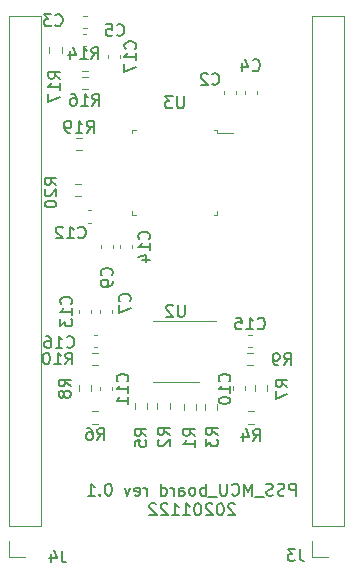
<source format=gbr>
%TF.GenerationSoftware,KiCad,Pcbnew,5.1.8*%
%TF.CreationDate,2020-12-08T15:37:19+03:00*%
%TF.ProjectId,pss_mcu_pcb,7073735f-6d63-4755-9f70-63622e6b6963,rev?*%
%TF.SameCoordinates,Original*%
%TF.FileFunction,Legend,Bot*%
%TF.FilePolarity,Positive*%
%FSLAX46Y46*%
G04 Gerber Fmt 4.6, Leading zero omitted, Abs format (unit mm)*
G04 Created by KiCad (PCBNEW 5.1.8) date 2020-12-08 15:37:19*
%MOMM*%
%LPD*%
G01*
G04 APERTURE LIST*
%ADD10C,0.150000*%
%ADD11C,0.120000*%
G04 APERTURE END LIST*
D10*
X168210404Y-108402880D02*
X168210404Y-107402880D01*
X167829452Y-107402880D01*
X167734214Y-107450500D01*
X167686595Y-107498119D01*
X167638976Y-107593357D01*
X167638976Y-107736214D01*
X167686595Y-107831452D01*
X167734214Y-107879071D01*
X167829452Y-107926690D01*
X168210404Y-107926690D01*
X167258023Y-108355261D02*
X167115166Y-108402880D01*
X166877071Y-108402880D01*
X166781833Y-108355261D01*
X166734214Y-108307642D01*
X166686595Y-108212404D01*
X166686595Y-108117166D01*
X166734214Y-108021928D01*
X166781833Y-107974309D01*
X166877071Y-107926690D01*
X167067547Y-107879071D01*
X167162785Y-107831452D01*
X167210404Y-107783833D01*
X167258023Y-107688595D01*
X167258023Y-107593357D01*
X167210404Y-107498119D01*
X167162785Y-107450500D01*
X167067547Y-107402880D01*
X166829452Y-107402880D01*
X166686595Y-107450500D01*
X166305642Y-108355261D02*
X166162785Y-108402880D01*
X165924690Y-108402880D01*
X165829452Y-108355261D01*
X165781833Y-108307642D01*
X165734214Y-108212404D01*
X165734214Y-108117166D01*
X165781833Y-108021928D01*
X165829452Y-107974309D01*
X165924690Y-107926690D01*
X166115166Y-107879071D01*
X166210404Y-107831452D01*
X166258023Y-107783833D01*
X166305642Y-107688595D01*
X166305642Y-107593357D01*
X166258023Y-107498119D01*
X166210404Y-107450500D01*
X166115166Y-107402880D01*
X165877071Y-107402880D01*
X165734214Y-107450500D01*
X165543738Y-108498119D02*
X164781833Y-108498119D01*
X164543738Y-108402880D02*
X164543738Y-107402880D01*
X164210404Y-108117166D01*
X163877071Y-107402880D01*
X163877071Y-108402880D01*
X162829452Y-108307642D02*
X162877071Y-108355261D01*
X163019928Y-108402880D01*
X163115166Y-108402880D01*
X163258023Y-108355261D01*
X163353261Y-108260023D01*
X163400880Y-108164785D01*
X163448500Y-107974309D01*
X163448500Y-107831452D01*
X163400880Y-107640976D01*
X163353261Y-107545738D01*
X163258023Y-107450500D01*
X163115166Y-107402880D01*
X163019928Y-107402880D01*
X162877071Y-107450500D01*
X162829452Y-107498119D01*
X162400880Y-107402880D02*
X162400880Y-108212404D01*
X162353261Y-108307642D01*
X162305642Y-108355261D01*
X162210404Y-108402880D01*
X162019928Y-108402880D01*
X161924690Y-108355261D01*
X161877071Y-108307642D01*
X161829452Y-108212404D01*
X161829452Y-107402880D01*
X161591357Y-108498119D02*
X160829452Y-108498119D01*
X160591357Y-108402880D02*
X160591357Y-107402880D01*
X160591357Y-107783833D02*
X160496119Y-107736214D01*
X160305642Y-107736214D01*
X160210404Y-107783833D01*
X160162785Y-107831452D01*
X160115166Y-107926690D01*
X160115166Y-108212404D01*
X160162785Y-108307642D01*
X160210404Y-108355261D01*
X160305642Y-108402880D01*
X160496119Y-108402880D01*
X160591357Y-108355261D01*
X159543738Y-108402880D02*
X159638976Y-108355261D01*
X159686595Y-108307642D01*
X159734214Y-108212404D01*
X159734214Y-107926690D01*
X159686595Y-107831452D01*
X159638976Y-107783833D01*
X159543738Y-107736214D01*
X159400880Y-107736214D01*
X159305642Y-107783833D01*
X159258023Y-107831452D01*
X159210404Y-107926690D01*
X159210404Y-108212404D01*
X159258023Y-108307642D01*
X159305642Y-108355261D01*
X159400880Y-108402880D01*
X159543738Y-108402880D01*
X158353261Y-108402880D02*
X158353261Y-107879071D01*
X158400880Y-107783833D01*
X158496119Y-107736214D01*
X158686595Y-107736214D01*
X158781833Y-107783833D01*
X158353261Y-108355261D02*
X158448500Y-108402880D01*
X158686595Y-108402880D01*
X158781833Y-108355261D01*
X158829452Y-108260023D01*
X158829452Y-108164785D01*
X158781833Y-108069547D01*
X158686595Y-108021928D01*
X158448500Y-108021928D01*
X158353261Y-107974309D01*
X157877071Y-108402880D02*
X157877071Y-107736214D01*
X157877071Y-107926690D02*
X157829452Y-107831452D01*
X157781833Y-107783833D01*
X157686595Y-107736214D01*
X157591357Y-107736214D01*
X156829452Y-108402880D02*
X156829452Y-107402880D01*
X156829452Y-108355261D02*
X156924690Y-108402880D01*
X157115166Y-108402880D01*
X157210404Y-108355261D01*
X157258023Y-108307642D01*
X157305642Y-108212404D01*
X157305642Y-107926690D01*
X157258023Y-107831452D01*
X157210404Y-107783833D01*
X157115166Y-107736214D01*
X156924690Y-107736214D01*
X156829452Y-107783833D01*
X155591357Y-108402880D02*
X155591357Y-107736214D01*
X155591357Y-107926690D02*
X155543738Y-107831452D01*
X155496119Y-107783833D01*
X155400880Y-107736214D01*
X155305642Y-107736214D01*
X154591357Y-108355261D02*
X154686595Y-108402880D01*
X154877071Y-108402880D01*
X154972309Y-108355261D01*
X155019928Y-108260023D01*
X155019928Y-107879071D01*
X154972309Y-107783833D01*
X154877071Y-107736214D01*
X154686595Y-107736214D01*
X154591357Y-107783833D01*
X154543738Y-107879071D01*
X154543738Y-107974309D01*
X155019928Y-108069547D01*
X154210404Y-107736214D02*
X153972309Y-108402880D01*
X153734214Y-107736214D01*
X152400880Y-107402880D02*
X152305642Y-107402880D01*
X152210404Y-107450500D01*
X152162785Y-107498119D01*
X152115166Y-107593357D01*
X152067547Y-107783833D01*
X152067547Y-108021928D01*
X152115166Y-108212404D01*
X152162785Y-108307642D01*
X152210404Y-108355261D01*
X152305642Y-108402880D01*
X152400880Y-108402880D01*
X152496119Y-108355261D01*
X152543738Y-108307642D01*
X152591357Y-108212404D01*
X152638976Y-108021928D01*
X152638976Y-107783833D01*
X152591357Y-107593357D01*
X152543738Y-107498119D01*
X152496119Y-107450500D01*
X152400880Y-107402880D01*
X151638976Y-108307642D02*
X151591357Y-108355261D01*
X151638976Y-108402880D01*
X151686595Y-108355261D01*
X151638976Y-108307642D01*
X151638976Y-108402880D01*
X150638976Y-108402880D02*
X151210404Y-108402880D01*
X150924690Y-108402880D02*
X150924690Y-107402880D01*
X151019928Y-107545738D01*
X151115166Y-107640976D01*
X151210404Y-107688595D01*
X163067547Y-109148119D02*
X163019928Y-109100500D01*
X162924690Y-109052880D01*
X162686595Y-109052880D01*
X162591357Y-109100500D01*
X162543738Y-109148119D01*
X162496119Y-109243357D01*
X162496119Y-109338595D01*
X162543738Y-109481452D01*
X163115166Y-110052880D01*
X162496119Y-110052880D01*
X161877071Y-109052880D02*
X161781833Y-109052880D01*
X161686595Y-109100500D01*
X161638976Y-109148119D01*
X161591357Y-109243357D01*
X161543738Y-109433833D01*
X161543738Y-109671928D01*
X161591357Y-109862404D01*
X161638976Y-109957642D01*
X161686595Y-110005261D01*
X161781833Y-110052880D01*
X161877071Y-110052880D01*
X161972309Y-110005261D01*
X162019928Y-109957642D01*
X162067547Y-109862404D01*
X162115166Y-109671928D01*
X162115166Y-109433833D01*
X162067547Y-109243357D01*
X162019928Y-109148119D01*
X161972309Y-109100500D01*
X161877071Y-109052880D01*
X161162785Y-109148119D02*
X161115166Y-109100500D01*
X161019928Y-109052880D01*
X160781833Y-109052880D01*
X160686595Y-109100500D01*
X160638976Y-109148119D01*
X160591357Y-109243357D01*
X160591357Y-109338595D01*
X160638976Y-109481452D01*
X161210404Y-110052880D01*
X160591357Y-110052880D01*
X159972309Y-109052880D02*
X159877071Y-109052880D01*
X159781833Y-109100500D01*
X159734214Y-109148119D01*
X159686595Y-109243357D01*
X159638976Y-109433833D01*
X159638976Y-109671928D01*
X159686595Y-109862404D01*
X159734214Y-109957642D01*
X159781833Y-110005261D01*
X159877071Y-110052880D01*
X159972309Y-110052880D01*
X160067547Y-110005261D01*
X160115166Y-109957642D01*
X160162785Y-109862404D01*
X160210404Y-109671928D01*
X160210404Y-109433833D01*
X160162785Y-109243357D01*
X160115166Y-109148119D01*
X160067547Y-109100500D01*
X159972309Y-109052880D01*
X158686595Y-110052880D02*
X159258023Y-110052880D01*
X158972309Y-110052880D02*
X158972309Y-109052880D01*
X159067547Y-109195738D01*
X159162785Y-109290976D01*
X159258023Y-109338595D01*
X157734214Y-110052880D02*
X158305642Y-110052880D01*
X158019928Y-110052880D02*
X158019928Y-109052880D01*
X158115166Y-109195738D01*
X158210404Y-109290976D01*
X158305642Y-109338595D01*
X157353261Y-109148119D02*
X157305642Y-109100500D01*
X157210404Y-109052880D01*
X156972309Y-109052880D01*
X156877071Y-109100500D01*
X156829452Y-109148119D01*
X156781833Y-109243357D01*
X156781833Y-109338595D01*
X156829452Y-109481452D01*
X157400880Y-110052880D01*
X156781833Y-110052880D01*
X156400880Y-109148119D02*
X156353261Y-109100500D01*
X156258023Y-109052880D01*
X156019928Y-109052880D01*
X155924690Y-109100500D01*
X155877071Y-109148119D01*
X155829452Y-109243357D01*
X155829452Y-109338595D01*
X155877071Y-109481452D01*
X156448500Y-110052880D01*
X155829452Y-110052880D01*
D11*
%TO.C,U3*%
X161598000Y-77716000D02*
X162913000Y-77716000D01*
X161598000Y-77416000D02*
X161598000Y-77716000D01*
X161298000Y-77416000D02*
X161598000Y-77416000D01*
X154378000Y-77416000D02*
X154378000Y-77716000D01*
X154678000Y-77416000D02*
X154378000Y-77416000D01*
X161598000Y-84636000D02*
X161598000Y-84336000D01*
X161298000Y-84636000D02*
X161598000Y-84636000D01*
X154378000Y-84636000D02*
X154378000Y-84336000D01*
X154678000Y-84636000D02*
X154378000Y-84636000D01*
%TO.C,J3*%
X169612000Y-67758000D02*
X172272000Y-67758000D01*
X169612000Y-110998000D02*
X169612000Y-67758000D01*
X172272000Y-110998000D02*
X172272000Y-67758000D01*
X169612000Y-110998000D02*
X172272000Y-110998000D01*
X169612000Y-112268000D02*
X169612000Y-113598000D01*
X169612000Y-113598000D02*
X170942000Y-113598000D01*
%TO.C,C2*%
X162177000Y-74441267D02*
X162177000Y-74148733D01*
X163197000Y-74441267D02*
X163197000Y-74148733D01*
%TO.C,C3*%
X150221733Y-67816000D02*
X150514267Y-67816000D01*
X150221733Y-68836000D02*
X150514267Y-68836000D01*
%TO.C,C4*%
X164911500Y-74441267D02*
X164911500Y-74148733D01*
X163891500Y-74441267D02*
X163891500Y-74148733D01*
%TO.C,C5*%
X150195233Y-69340000D02*
X150487767Y-69340000D01*
X150195233Y-70360000D02*
X150487767Y-70360000D01*
%TO.C,C7*%
X152656000Y-92956767D02*
X152656000Y-92664233D01*
X151636000Y-92956767D02*
X151636000Y-92664233D01*
%TO.C,C9*%
X151699500Y-87166233D02*
X151699500Y-87458767D01*
X152719500Y-87166233D02*
X152719500Y-87458767D01*
%TO.C,C10*%
X162939000Y-99433767D02*
X162939000Y-99141233D01*
X163959000Y-99433767D02*
X163959000Y-99141233D01*
%TO.C,C11*%
X152656000Y-99460267D02*
X152656000Y-99167733D01*
X151636000Y-99460267D02*
X151636000Y-99167733D01*
%TO.C,C12*%
X150932267Y-84262500D02*
X150639733Y-84262500D01*
X150932267Y-85282500D02*
X150639733Y-85282500D01*
%TO.C,C13*%
X150878000Y-92956767D02*
X150878000Y-92664233D01*
X149858000Y-92956767D02*
X149858000Y-92664233D01*
%TO.C,C14*%
X154370500Y-87166233D02*
X154370500Y-87458767D01*
X153350500Y-87166233D02*
X153350500Y-87458767D01*
%TO.C,C15*%
X164510767Y-94803500D02*
X164218233Y-94803500D01*
X164510767Y-95823500D02*
X164218233Y-95823500D01*
%TO.C,C16*%
X151403267Y-95823500D02*
X151110733Y-95823500D01*
X151403267Y-94803500D02*
X151110733Y-94803500D01*
%TO.C,C17*%
X152334500Y-71356267D02*
X152334500Y-71063733D01*
X153354500Y-71356267D02*
X153354500Y-71063733D01*
%TO.C,J4*%
X143958000Y-113598000D02*
X145288000Y-113598000D01*
X143958000Y-112268000D02*
X143958000Y-113598000D01*
X143958000Y-110998000D02*
X146618000Y-110998000D01*
X146618000Y-110998000D02*
X146618000Y-67758000D01*
X143958000Y-110998000D02*
X143958000Y-67758000D01*
X143958000Y-67758000D02*
X146618000Y-67758000D01*
%TO.C,R1*%
X158735500Y-101116224D02*
X158735500Y-100606776D01*
X159780500Y-101116224D02*
X159780500Y-100606776D01*
%TO.C,R2*%
X156513000Y-101092724D02*
X156513000Y-100583276D01*
X157558000Y-101092724D02*
X157558000Y-100583276D01*
%TO.C,R3*%
X160513500Y-100606776D02*
X160513500Y-101116224D01*
X161558500Y-100606776D02*
X161558500Y-101116224D01*
%TO.C,R4*%
X164656224Y-101268000D02*
X164146776Y-101268000D01*
X164656224Y-102313000D02*
X164146776Y-102313000D01*
%TO.C,R5*%
X155653000Y-100583276D02*
X155653000Y-101092724D01*
X154608000Y-100583276D02*
X154608000Y-101092724D01*
%TO.C,R6*%
X151002276Y-101268000D02*
X151511724Y-101268000D01*
X151002276Y-102313000D02*
X151511724Y-102313000D01*
%TO.C,R7*%
X165813000Y-99035776D02*
X165813000Y-99545224D01*
X164768000Y-99035776D02*
X164768000Y-99545224D01*
%TO.C,R8*%
X149845500Y-99059276D02*
X149845500Y-99568724D01*
X150890500Y-99059276D02*
X150890500Y-99568724D01*
%TO.C,R9*%
X164616224Y-96315000D02*
X164106776Y-96315000D01*
X164616224Y-97360000D02*
X164106776Y-97360000D01*
%TO.C,R10*%
X151002276Y-96315000D02*
X151511724Y-96315000D01*
X151002276Y-97360000D02*
X151511724Y-97360000D01*
%TO.C,R14*%
X150622724Y-72468000D02*
X150113276Y-72468000D01*
X150622724Y-71423000D02*
X150113276Y-71423000D01*
%TO.C,R16*%
X150622724Y-72947000D02*
X150113276Y-72947000D01*
X150622724Y-73992000D02*
X150113276Y-73992000D01*
%TO.C,R17*%
X148414000Y-70420776D02*
X148414000Y-70930224D01*
X147369000Y-70420776D02*
X147369000Y-70930224D01*
%TO.C,R19*%
X149581776Y-78090500D02*
X150091224Y-78090500D01*
X149581776Y-79135500D02*
X150091224Y-79135500D01*
%TO.C,R20*%
X149518276Y-83072500D02*
X150027724Y-83072500D01*
X149518276Y-82027500D02*
X150027724Y-82027500D01*
%TO.C,U2*%
X158051500Y-93642500D02*
X161501500Y-93642500D01*
X158051500Y-93642500D02*
X156101500Y-93642500D01*
X158051500Y-98762500D02*
X160001500Y-98762500D01*
X158051500Y-98762500D02*
X156101500Y-98762500D01*
%TO.C,U3*%
D10*
X158749904Y-74598380D02*
X158749904Y-75407904D01*
X158702285Y-75503142D01*
X158654666Y-75550761D01*
X158559428Y-75598380D01*
X158368952Y-75598380D01*
X158273714Y-75550761D01*
X158226095Y-75503142D01*
X158178476Y-75407904D01*
X158178476Y-74598380D01*
X157797523Y-74598380D02*
X157178476Y-74598380D01*
X157511809Y-74979333D01*
X157368952Y-74979333D01*
X157273714Y-75026952D01*
X157226095Y-75074571D01*
X157178476Y-75169809D01*
X157178476Y-75407904D01*
X157226095Y-75503142D01*
X157273714Y-75550761D01*
X157368952Y-75598380D01*
X157654666Y-75598380D01*
X157749904Y-75550761D01*
X157797523Y-75503142D01*
%TO.C,J3*%
X168544833Y-112926880D02*
X168544833Y-113641166D01*
X168592452Y-113784023D01*
X168687690Y-113879261D01*
X168830547Y-113926880D01*
X168925785Y-113926880D01*
X168163880Y-112926880D02*
X167544833Y-112926880D01*
X167878166Y-113307833D01*
X167735309Y-113307833D01*
X167640071Y-113355452D01*
X167592452Y-113403071D01*
X167544833Y-113498309D01*
X167544833Y-113736404D01*
X167592452Y-113831642D01*
X167640071Y-113879261D01*
X167735309Y-113926880D01*
X168021023Y-113926880D01*
X168116261Y-113879261D01*
X168163880Y-113831642D01*
%TO.C,C2*%
X161139166Y-73546142D02*
X161186785Y-73593761D01*
X161329642Y-73641380D01*
X161424880Y-73641380D01*
X161567738Y-73593761D01*
X161662976Y-73498523D01*
X161710595Y-73403285D01*
X161758214Y-73212809D01*
X161758214Y-73069952D01*
X161710595Y-72879476D01*
X161662976Y-72784238D01*
X161567738Y-72689000D01*
X161424880Y-72641380D01*
X161329642Y-72641380D01*
X161186785Y-72689000D01*
X161139166Y-72736619D01*
X160758214Y-72736619D02*
X160710595Y-72689000D01*
X160615357Y-72641380D01*
X160377261Y-72641380D01*
X160282023Y-72689000D01*
X160234404Y-72736619D01*
X160186785Y-72831857D01*
X160186785Y-72927095D01*
X160234404Y-73069952D01*
X160805833Y-73641380D01*
X160186785Y-73641380D01*
%TO.C,C3*%
X147867666Y-68556142D02*
X147915285Y-68603761D01*
X148058142Y-68651380D01*
X148153380Y-68651380D01*
X148296238Y-68603761D01*
X148391476Y-68508523D01*
X148439095Y-68413285D01*
X148486714Y-68222809D01*
X148486714Y-68079952D01*
X148439095Y-67889476D01*
X148391476Y-67794238D01*
X148296238Y-67699000D01*
X148153380Y-67651380D01*
X148058142Y-67651380D01*
X147915285Y-67699000D01*
X147867666Y-67746619D01*
X147534333Y-67651380D02*
X146915285Y-67651380D01*
X147248619Y-68032333D01*
X147105761Y-68032333D01*
X147010523Y-68079952D01*
X146962904Y-68127571D01*
X146915285Y-68222809D01*
X146915285Y-68460904D01*
X146962904Y-68556142D01*
X147010523Y-68603761D01*
X147105761Y-68651380D01*
X147391476Y-68651380D01*
X147486714Y-68603761D01*
X147534333Y-68556142D01*
%TO.C,C4*%
X164568166Y-72366142D02*
X164615785Y-72413761D01*
X164758642Y-72461380D01*
X164853880Y-72461380D01*
X164996738Y-72413761D01*
X165091976Y-72318523D01*
X165139595Y-72223285D01*
X165187214Y-72032809D01*
X165187214Y-71889952D01*
X165139595Y-71699476D01*
X165091976Y-71604238D01*
X164996738Y-71509000D01*
X164853880Y-71461380D01*
X164758642Y-71461380D01*
X164615785Y-71509000D01*
X164568166Y-71556619D01*
X163711023Y-71794714D02*
X163711023Y-72461380D01*
X163949119Y-71413761D02*
X164187214Y-72128047D01*
X163568166Y-72128047D01*
%TO.C,C5*%
X153074666Y-69381642D02*
X153122285Y-69429261D01*
X153265142Y-69476880D01*
X153360380Y-69476880D01*
X153503238Y-69429261D01*
X153598476Y-69334023D01*
X153646095Y-69238785D01*
X153693714Y-69048309D01*
X153693714Y-68905452D01*
X153646095Y-68714976D01*
X153598476Y-68619738D01*
X153503238Y-68524500D01*
X153360380Y-68476880D01*
X153265142Y-68476880D01*
X153122285Y-68524500D01*
X153074666Y-68572119D01*
X152169904Y-68476880D02*
X152646095Y-68476880D01*
X152693714Y-68953071D01*
X152646095Y-68905452D01*
X152550857Y-68857833D01*
X152312761Y-68857833D01*
X152217523Y-68905452D01*
X152169904Y-68953071D01*
X152122285Y-69048309D01*
X152122285Y-69286404D01*
X152169904Y-69381642D01*
X152217523Y-69429261D01*
X152312761Y-69476880D01*
X152550857Y-69476880D01*
X152646095Y-69429261D01*
X152693714Y-69381642D01*
%TO.C,C7*%
X154154142Y-91945333D02*
X154201761Y-91897714D01*
X154249380Y-91754857D01*
X154249380Y-91659619D01*
X154201761Y-91516761D01*
X154106523Y-91421523D01*
X154011285Y-91373904D01*
X153820809Y-91326285D01*
X153677952Y-91326285D01*
X153487476Y-91373904D01*
X153392238Y-91421523D01*
X153297000Y-91516761D01*
X153249380Y-91659619D01*
X153249380Y-91754857D01*
X153297000Y-91897714D01*
X153344619Y-91945333D01*
X153249380Y-92278666D02*
X153249380Y-92945333D01*
X154249380Y-92516761D01*
%TO.C,C9*%
X152630142Y-89749333D02*
X152677761Y-89701714D01*
X152725380Y-89558857D01*
X152725380Y-89463619D01*
X152677761Y-89320761D01*
X152582523Y-89225523D01*
X152487285Y-89177904D01*
X152296809Y-89130285D01*
X152153952Y-89130285D01*
X151963476Y-89177904D01*
X151868238Y-89225523D01*
X151773000Y-89320761D01*
X151725380Y-89463619D01*
X151725380Y-89558857D01*
X151773000Y-89701714D01*
X151820619Y-89749333D01*
X152725380Y-90225523D02*
X152725380Y-90416000D01*
X152677761Y-90511238D01*
X152630142Y-90558857D01*
X152487285Y-90654095D01*
X152296809Y-90701714D01*
X151915857Y-90701714D01*
X151820619Y-90654095D01*
X151773000Y-90606476D01*
X151725380Y-90511238D01*
X151725380Y-90320761D01*
X151773000Y-90225523D01*
X151820619Y-90177904D01*
X151915857Y-90130285D01*
X152153952Y-90130285D01*
X152249190Y-90177904D01*
X152296809Y-90225523D01*
X152344428Y-90320761D01*
X152344428Y-90511238D01*
X152296809Y-90606476D01*
X152249190Y-90654095D01*
X152153952Y-90701714D01*
%TO.C,C10*%
X162599642Y-98734642D02*
X162647261Y-98687023D01*
X162694880Y-98544166D01*
X162694880Y-98448928D01*
X162647261Y-98306071D01*
X162552023Y-98210833D01*
X162456785Y-98163214D01*
X162266309Y-98115595D01*
X162123452Y-98115595D01*
X161932976Y-98163214D01*
X161837738Y-98210833D01*
X161742500Y-98306071D01*
X161694880Y-98448928D01*
X161694880Y-98544166D01*
X161742500Y-98687023D01*
X161790119Y-98734642D01*
X162694880Y-99687023D02*
X162694880Y-99115595D01*
X162694880Y-99401309D02*
X161694880Y-99401309D01*
X161837738Y-99306071D01*
X161932976Y-99210833D01*
X161980595Y-99115595D01*
X161694880Y-100306071D02*
X161694880Y-100401309D01*
X161742500Y-100496547D01*
X161790119Y-100544166D01*
X161885357Y-100591785D01*
X162075833Y-100639404D01*
X162313928Y-100639404D01*
X162504404Y-100591785D01*
X162599642Y-100544166D01*
X162647261Y-100496547D01*
X162694880Y-100401309D01*
X162694880Y-100306071D01*
X162647261Y-100210833D01*
X162599642Y-100163214D01*
X162504404Y-100115595D01*
X162313928Y-100067976D01*
X162075833Y-100067976D01*
X161885357Y-100115595D01*
X161790119Y-100163214D01*
X161742500Y-100210833D01*
X161694880Y-100306071D01*
%TO.C,C11*%
X153963642Y-98734642D02*
X154011261Y-98687023D01*
X154058880Y-98544166D01*
X154058880Y-98448928D01*
X154011261Y-98306071D01*
X153916023Y-98210833D01*
X153820785Y-98163214D01*
X153630309Y-98115595D01*
X153487452Y-98115595D01*
X153296976Y-98163214D01*
X153201738Y-98210833D01*
X153106500Y-98306071D01*
X153058880Y-98448928D01*
X153058880Y-98544166D01*
X153106500Y-98687023D01*
X153154119Y-98734642D01*
X154058880Y-99687023D02*
X154058880Y-99115595D01*
X154058880Y-99401309D02*
X153058880Y-99401309D01*
X153201738Y-99306071D01*
X153296976Y-99210833D01*
X153344595Y-99115595D01*
X154058880Y-100639404D02*
X154058880Y-100067976D01*
X154058880Y-100353690D02*
X153058880Y-100353690D01*
X153201738Y-100258452D01*
X153296976Y-100163214D01*
X153344595Y-100067976D01*
%TO.C,C12*%
X149814857Y-86526642D02*
X149862476Y-86574261D01*
X150005333Y-86621880D01*
X150100571Y-86621880D01*
X150243428Y-86574261D01*
X150338666Y-86479023D01*
X150386285Y-86383785D01*
X150433904Y-86193309D01*
X150433904Y-86050452D01*
X150386285Y-85859976D01*
X150338666Y-85764738D01*
X150243428Y-85669500D01*
X150100571Y-85621880D01*
X150005333Y-85621880D01*
X149862476Y-85669500D01*
X149814857Y-85717119D01*
X148862476Y-86621880D02*
X149433904Y-86621880D01*
X149148190Y-86621880D02*
X149148190Y-85621880D01*
X149243428Y-85764738D01*
X149338666Y-85859976D01*
X149433904Y-85907595D01*
X148481523Y-85717119D02*
X148433904Y-85669500D01*
X148338666Y-85621880D01*
X148100571Y-85621880D01*
X148005333Y-85669500D01*
X147957714Y-85717119D01*
X147910095Y-85812357D01*
X147910095Y-85907595D01*
X147957714Y-86050452D01*
X148529142Y-86621880D01*
X147910095Y-86621880D01*
%TO.C,C13*%
X149201142Y-92167642D02*
X149248761Y-92120023D01*
X149296380Y-91977166D01*
X149296380Y-91881928D01*
X149248761Y-91739071D01*
X149153523Y-91643833D01*
X149058285Y-91596214D01*
X148867809Y-91548595D01*
X148724952Y-91548595D01*
X148534476Y-91596214D01*
X148439238Y-91643833D01*
X148344000Y-91739071D01*
X148296380Y-91881928D01*
X148296380Y-91977166D01*
X148344000Y-92120023D01*
X148391619Y-92167642D01*
X149296380Y-93120023D02*
X149296380Y-92548595D01*
X149296380Y-92834309D02*
X148296380Y-92834309D01*
X148439238Y-92739071D01*
X148534476Y-92643833D01*
X148582095Y-92548595D01*
X148296380Y-93453357D02*
X148296380Y-94072404D01*
X148677333Y-93739071D01*
X148677333Y-93881928D01*
X148724952Y-93977166D01*
X148772571Y-94024785D01*
X148867809Y-94072404D01*
X149105904Y-94072404D01*
X149201142Y-94024785D01*
X149248761Y-93977166D01*
X149296380Y-93881928D01*
X149296380Y-93596214D01*
X149248761Y-93500976D01*
X149201142Y-93453357D01*
%TO.C,C14*%
X155805142Y-86669642D02*
X155852761Y-86622023D01*
X155900380Y-86479166D01*
X155900380Y-86383928D01*
X155852761Y-86241071D01*
X155757523Y-86145833D01*
X155662285Y-86098214D01*
X155471809Y-86050595D01*
X155328952Y-86050595D01*
X155138476Y-86098214D01*
X155043238Y-86145833D01*
X154948000Y-86241071D01*
X154900380Y-86383928D01*
X154900380Y-86479166D01*
X154948000Y-86622023D01*
X154995619Y-86669642D01*
X155900380Y-87622023D02*
X155900380Y-87050595D01*
X155900380Y-87336309D02*
X154900380Y-87336309D01*
X155043238Y-87241071D01*
X155138476Y-87145833D01*
X155186095Y-87050595D01*
X155233714Y-88479166D02*
X155900380Y-88479166D01*
X154852761Y-88241071D02*
X155567047Y-88002976D01*
X155567047Y-88622023D01*
%TO.C,C15*%
X165007357Y-94240642D02*
X165054976Y-94288261D01*
X165197833Y-94335880D01*
X165293071Y-94335880D01*
X165435928Y-94288261D01*
X165531166Y-94193023D01*
X165578785Y-94097785D01*
X165626404Y-93907309D01*
X165626404Y-93764452D01*
X165578785Y-93573976D01*
X165531166Y-93478738D01*
X165435928Y-93383500D01*
X165293071Y-93335880D01*
X165197833Y-93335880D01*
X165054976Y-93383500D01*
X165007357Y-93431119D01*
X164054976Y-94335880D02*
X164626404Y-94335880D01*
X164340690Y-94335880D02*
X164340690Y-93335880D01*
X164435928Y-93478738D01*
X164531166Y-93573976D01*
X164626404Y-93621595D01*
X163150214Y-93335880D02*
X163626404Y-93335880D01*
X163674023Y-93812071D01*
X163626404Y-93764452D01*
X163531166Y-93716833D01*
X163293071Y-93716833D01*
X163197833Y-93764452D01*
X163150214Y-93812071D01*
X163102595Y-93907309D01*
X163102595Y-94145404D01*
X163150214Y-94240642D01*
X163197833Y-94288261D01*
X163293071Y-94335880D01*
X163531166Y-94335880D01*
X163626404Y-94288261D01*
X163674023Y-94240642D01*
%TO.C,C16*%
X148851857Y-95797642D02*
X148899476Y-95845261D01*
X149042333Y-95892880D01*
X149137571Y-95892880D01*
X149280428Y-95845261D01*
X149375666Y-95750023D01*
X149423285Y-95654785D01*
X149470904Y-95464309D01*
X149470904Y-95321452D01*
X149423285Y-95130976D01*
X149375666Y-95035738D01*
X149280428Y-94940500D01*
X149137571Y-94892880D01*
X149042333Y-94892880D01*
X148899476Y-94940500D01*
X148851857Y-94988119D01*
X147899476Y-95892880D02*
X148470904Y-95892880D01*
X148185190Y-95892880D02*
X148185190Y-94892880D01*
X148280428Y-95035738D01*
X148375666Y-95130976D01*
X148470904Y-95178595D01*
X147042333Y-94892880D02*
X147232809Y-94892880D01*
X147328047Y-94940500D01*
X147375666Y-94988119D01*
X147470904Y-95130976D01*
X147518523Y-95321452D01*
X147518523Y-95702404D01*
X147470904Y-95797642D01*
X147423285Y-95845261D01*
X147328047Y-95892880D01*
X147137571Y-95892880D01*
X147042333Y-95845261D01*
X146994714Y-95797642D01*
X146947095Y-95702404D01*
X146947095Y-95464309D01*
X146994714Y-95369071D01*
X147042333Y-95321452D01*
X147137571Y-95273833D01*
X147328047Y-95273833D01*
X147423285Y-95321452D01*
X147470904Y-95369071D01*
X147518523Y-95464309D01*
%TO.C,C17*%
X154631642Y-70567142D02*
X154679261Y-70519523D01*
X154726880Y-70376666D01*
X154726880Y-70281428D01*
X154679261Y-70138571D01*
X154584023Y-70043333D01*
X154488785Y-69995714D01*
X154298309Y-69948095D01*
X154155452Y-69948095D01*
X153964976Y-69995714D01*
X153869738Y-70043333D01*
X153774500Y-70138571D01*
X153726880Y-70281428D01*
X153726880Y-70376666D01*
X153774500Y-70519523D01*
X153822119Y-70567142D01*
X154726880Y-71519523D02*
X154726880Y-70948095D01*
X154726880Y-71233809D02*
X153726880Y-71233809D01*
X153869738Y-71138571D01*
X153964976Y-71043333D01*
X154012595Y-70948095D01*
X153726880Y-71852857D02*
X153726880Y-72519523D01*
X154726880Y-72090952D01*
%TO.C,J4*%
X148415333Y-113053880D02*
X148415333Y-113768166D01*
X148462952Y-113911023D01*
X148558190Y-114006261D01*
X148701047Y-114053880D01*
X148796285Y-114053880D01*
X147510571Y-113387214D02*
X147510571Y-114053880D01*
X147748666Y-113006261D02*
X147986761Y-113720547D01*
X147367714Y-113720547D01*
%TO.C,R1*%
X159710380Y-103338333D02*
X159234190Y-103005000D01*
X159710380Y-102766904D02*
X158710380Y-102766904D01*
X158710380Y-103147857D01*
X158758000Y-103243095D01*
X158805619Y-103290714D01*
X158900857Y-103338333D01*
X159043714Y-103338333D01*
X159138952Y-103290714D01*
X159186571Y-103243095D01*
X159234190Y-103147857D01*
X159234190Y-102766904D01*
X159710380Y-104290714D02*
X159710380Y-103719285D01*
X159710380Y-104005000D02*
X158710380Y-104005000D01*
X158853238Y-103909761D01*
X158948476Y-103814523D01*
X158996095Y-103719285D01*
%TO.C,R2*%
X157551380Y-103274833D02*
X157075190Y-102941500D01*
X157551380Y-102703404D02*
X156551380Y-102703404D01*
X156551380Y-103084357D01*
X156599000Y-103179595D01*
X156646619Y-103227214D01*
X156741857Y-103274833D01*
X156884714Y-103274833D01*
X156979952Y-103227214D01*
X157027571Y-103179595D01*
X157075190Y-103084357D01*
X157075190Y-102703404D01*
X156646619Y-103655785D02*
X156599000Y-103703404D01*
X156551380Y-103798642D01*
X156551380Y-104036738D01*
X156599000Y-104131976D01*
X156646619Y-104179595D01*
X156741857Y-104227214D01*
X156837095Y-104227214D01*
X156979952Y-104179595D01*
X157551380Y-103608166D01*
X157551380Y-104227214D01*
%TO.C,R3*%
X161615380Y-103274833D02*
X161139190Y-102941500D01*
X161615380Y-102703404D02*
X160615380Y-102703404D01*
X160615380Y-103084357D01*
X160663000Y-103179595D01*
X160710619Y-103227214D01*
X160805857Y-103274833D01*
X160948714Y-103274833D01*
X161043952Y-103227214D01*
X161091571Y-103179595D01*
X161139190Y-103084357D01*
X161139190Y-102703404D01*
X160615380Y-103608166D02*
X160615380Y-104227214D01*
X160996333Y-103893880D01*
X160996333Y-104036738D01*
X161043952Y-104131976D01*
X161091571Y-104179595D01*
X161186809Y-104227214D01*
X161424904Y-104227214D01*
X161520142Y-104179595D01*
X161567761Y-104131976D01*
X161615380Y-104036738D01*
X161615380Y-103751023D01*
X161567761Y-103655785D01*
X161520142Y-103608166D01*
%TO.C,R4*%
X164631666Y-103766880D02*
X164965000Y-103290690D01*
X165203095Y-103766880D02*
X165203095Y-102766880D01*
X164822142Y-102766880D01*
X164726904Y-102814500D01*
X164679285Y-102862119D01*
X164631666Y-102957357D01*
X164631666Y-103100214D01*
X164679285Y-103195452D01*
X164726904Y-103243071D01*
X164822142Y-103290690D01*
X165203095Y-103290690D01*
X163774523Y-103100214D02*
X163774523Y-103766880D01*
X164012619Y-102719261D02*
X164250714Y-103433547D01*
X163631666Y-103433547D01*
%TO.C,R5*%
X155582880Y-103338333D02*
X155106690Y-103005000D01*
X155582880Y-102766904D02*
X154582880Y-102766904D01*
X154582880Y-103147857D01*
X154630500Y-103243095D01*
X154678119Y-103290714D01*
X154773357Y-103338333D01*
X154916214Y-103338333D01*
X155011452Y-103290714D01*
X155059071Y-103243095D01*
X155106690Y-103147857D01*
X155106690Y-102766904D01*
X154582880Y-104243095D02*
X154582880Y-103766904D01*
X155059071Y-103719285D01*
X155011452Y-103766904D01*
X154963833Y-103862142D01*
X154963833Y-104100238D01*
X155011452Y-104195476D01*
X155059071Y-104243095D01*
X155154309Y-104290714D01*
X155392404Y-104290714D01*
X155487642Y-104243095D01*
X155535261Y-104195476D01*
X155582880Y-104100238D01*
X155582880Y-103862142D01*
X155535261Y-103766904D01*
X155487642Y-103719285D01*
%TO.C,R6*%
X151423666Y-103672880D02*
X151757000Y-103196690D01*
X151995095Y-103672880D02*
X151995095Y-102672880D01*
X151614142Y-102672880D01*
X151518904Y-102720500D01*
X151471285Y-102768119D01*
X151423666Y-102863357D01*
X151423666Y-103006214D01*
X151471285Y-103101452D01*
X151518904Y-103149071D01*
X151614142Y-103196690D01*
X151995095Y-103196690D01*
X150566523Y-102672880D02*
X150757000Y-102672880D01*
X150852238Y-102720500D01*
X150899857Y-102768119D01*
X150995095Y-102910976D01*
X151042714Y-103101452D01*
X151042714Y-103482404D01*
X150995095Y-103577642D01*
X150947476Y-103625261D01*
X150852238Y-103672880D01*
X150661761Y-103672880D01*
X150566523Y-103625261D01*
X150518904Y-103577642D01*
X150471285Y-103482404D01*
X150471285Y-103244309D01*
X150518904Y-103149071D01*
X150566523Y-103101452D01*
X150661761Y-103053833D01*
X150852238Y-103053833D01*
X150947476Y-103101452D01*
X150995095Y-103149071D01*
X151042714Y-103244309D01*
%TO.C,R7*%
X167520880Y-99187333D02*
X167044690Y-98854000D01*
X167520880Y-98615904D02*
X166520880Y-98615904D01*
X166520880Y-98996857D01*
X166568500Y-99092095D01*
X166616119Y-99139714D01*
X166711357Y-99187333D01*
X166854214Y-99187333D01*
X166949452Y-99139714D01*
X166997071Y-99092095D01*
X167044690Y-98996857D01*
X167044690Y-98615904D01*
X166520880Y-99520666D02*
X166520880Y-100187333D01*
X167520880Y-99758761D01*
%TO.C,R8*%
X149169380Y-99147333D02*
X148693190Y-98814000D01*
X149169380Y-98575904D02*
X148169380Y-98575904D01*
X148169380Y-98956857D01*
X148217000Y-99052095D01*
X148264619Y-99099714D01*
X148359857Y-99147333D01*
X148502714Y-99147333D01*
X148597952Y-99099714D01*
X148645571Y-99052095D01*
X148693190Y-98956857D01*
X148693190Y-98575904D01*
X148597952Y-99718761D02*
X148550333Y-99623523D01*
X148502714Y-99575904D01*
X148407476Y-99528285D01*
X148359857Y-99528285D01*
X148264619Y-99575904D01*
X148217000Y-99623523D01*
X148169380Y-99718761D01*
X148169380Y-99909238D01*
X148217000Y-100004476D01*
X148264619Y-100052095D01*
X148359857Y-100099714D01*
X148407476Y-100099714D01*
X148502714Y-100052095D01*
X148550333Y-100004476D01*
X148597952Y-99909238D01*
X148597952Y-99718761D01*
X148645571Y-99623523D01*
X148693190Y-99575904D01*
X148788428Y-99528285D01*
X148978904Y-99528285D01*
X149074142Y-99575904D01*
X149121761Y-99623523D01*
X149169380Y-99718761D01*
X149169380Y-99909238D01*
X149121761Y-100004476D01*
X149074142Y-100052095D01*
X148978904Y-100099714D01*
X148788428Y-100099714D01*
X148693190Y-100052095D01*
X148645571Y-100004476D01*
X148597952Y-99909238D01*
%TO.C,R9*%
X167235166Y-97353380D02*
X167568500Y-96877190D01*
X167806595Y-97353380D02*
X167806595Y-96353380D01*
X167425642Y-96353380D01*
X167330404Y-96401000D01*
X167282785Y-96448619D01*
X167235166Y-96543857D01*
X167235166Y-96686714D01*
X167282785Y-96781952D01*
X167330404Y-96829571D01*
X167425642Y-96877190D01*
X167806595Y-96877190D01*
X166758976Y-97353380D02*
X166568500Y-97353380D01*
X166473261Y-97305761D01*
X166425642Y-97258142D01*
X166330404Y-97115285D01*
X166282785Y-96924809D01*
X166282785Y-96543857D01*
X166330404Y-96448619D01*
X166378023Y-96401000D01*
X166473261Y-96353380D01*
X166663738Y-96353380D01*
X166758976Y-96401000D01*
X166806595Y-96448619D01*
X166854214Y-96543857D01*
X166854214Y-96781952D01*
X166806595Y-96877190D01*
X166758976Y-96924809D01*
X166663738Y-96972428D01*
X166473261Y-96972428D01*
X166378023Y-96924809D01*
X166330404Y-96877190D01*
X166282785Y-96781952D01*
%TO.C,R10*%
X148724857Y-97289880D02*
X149058190Y-96813690D01*
X149296285Y-97289880D02*
X149296285Y-96289880D01*
X148915333Y-96289880D01*
X148820095Y-96337500D01*
X148772476Y-96385119D01*
X148724857Y-96480357D01*
X148724857Y-96623214D01*
X148772476Y-96718452D01*
X148820095Y-96766071D01*
X148915333Y-96813690D01*
X149296285Y-96813690D01*
X147772476Y-97289880D02*
X148343904Y-97289880D01*
X148058190Y-97289880D02*
X148058190Y-96289880D01*
X148153428Y-96432738D01*
X148248666Y-96527976D01*
X148343904Y-96575595D01*
X147153428Y-96289880D02*
X147058190Y-96289880D01*
X146962952Y-96337500D01*
X146915333Y-96385119D01*
X146867714Y-96480357D01*
X146820095Y-96670833D01*
X146820095Y-96908928D01*
X146867714Y-97099404D01*
X146915333Y-97194642D01*
X146962952Y-97242261D01*
X147058190Y-97289880D01*
X147153428Y-97289880D01*
X147248666Y-97242261D01*
X147296285Y-97194642D01*
X147343904Y-97099404D01*
X147391523Y-96908928D01*
X147391523Y-96670833D01*
X147343904Y-96480357D01*
X147296285Y-96385119D01*
X147248666Y-96337500D01*
X147153428Y-96289880D01*
%TO.C,R14*%
X150923857Y-71445380D02*
X151257190Y-70969190D01*
X151495285Y-71445380D02*
X151495285Y-70445380D01*
X151114333Y-70445380D01*
X151019095Y-70493000D01*
X150971476Y-70540619D01*
X150923857Y-70635857D01*
X150923857Y-70778714D01*
X150971476Y-70873952D01*
X151019095Y-70921571D01*
X151114333Y-70969190D01*
X151495285Y-70969190D01*
X149971476Y-71445380D02*
X150542904Y-71445380D01*
X150257190Y-71445380D02*
X150257190Y-70445380D01*
X150352428Y-70588238D01*
X150447666Y-70683476D01*
X150542904Y-70731095D01*
X149114333Y-70778714D02*
X149114333Y-71445380D01*
X149352428Y-70397761D02*
X149590523Y-71112047D01*
X148971476Y-71112047D01*
%TO.C,R16*%
X151010857Y-75382380D02*
X151344190Y-74906190D01*
X151582285Y-75382380D02*
X151582285Y-74382380D01*
X151201333Y-74382380D01*
X151106095Y-74430000D01*
X151058476Y-74477619D01*
X151010857Y-74572857D01*
X151010857Y-74715714D01*
X151058476Y-74810952D01*
X151106095Y-74858571D01*
X151201333Y-74906190D01*
X151582285Y-74906190D01*
X150058476Y-75382380D02*
X150629904Y-75382380D01*
X150344190Y-75382380D02*
X150344190Y-74382380D01*
X150439428Y-74525238D01*
X150534666Y-74620476D01*
X150629904Y-74668095D01*
X149201333Y-74382380D02*
X149391809Y-74382380D01*
X149487047Y-74430000D01*
X149534666Y-74477619D01*
X149629904Y-74620476D01*
X149677523Y-74810952D01*
X149677523Y-75191904D01*
X149629904Y-75287142D01*
X149582285Y-75334761D01*
X149487047Y-75382380D01*
X149296571Y-75382380D01*
X149201333Y-75334761D01*
X149153714Y-75287142D01*
X149106095Y-75191904D01*
X149106095Y-74953809D01*
X149153714Y-74858571D01*
X149201333Y-74810952D01*
X149296571Y-74763333D01*
X149487047Y-74763333D01*
X149582285Y-74810952D01*
X149629904Y-74858571D01*
X149677523Y-74953809D01*
%TO.C,R17*%
X148280380Y-73104142D02*
X147804190Y-72770809D01*
X148280380Y-72532714D02*
X147280380Y-72532714D01*
X147280380Y-72913666D01*
X147328000Y-73008904D01*
X147375619Y-73056523D01*
X147470857Y-73104142D01*
X147613714Y-73104142D01*
X147708952Y-73056523D01*
X147756571Y-73008904D01*
X147804190Y-72913666D01*
X147804190Y-72532714D01*
X148280380Y-74056523D02*
X148280380Y-73485095D01*
X148280380Y-73770809D02*
X147280380Y-73770809D01*
X147423238Y-73675571D01*
X147518476Y-73580333D01*
X147566095Y-73485095D01*
X147280380Y-74389857D02*
X147280380Y-75056523D01*
X148280380Y-74627952D01*
%TO.C,R19*%
X150542857Y-77668380D02*
X150876190Y-77192190D01*
X151114285Y-77668380D02*
X151114285Y-76668380D01*
X150733333Y-76668380D01*
X150638095Y-76716000D01*
X150590476Y-76763619D01*
X150542857Y-76858857D01*
X150542857Y-77001714D01*
X150590476Y-77096952D01*
X150638095Y-77144571D01*
X150733333Y-77192190D01*
X151114285Y-77192190D01*
X149590476Y-77668380D02*
X150161904Y-77668380D01*
X149876190Y-77668380D02*
X149876190Y-76668380D01*
X149971428Y-76811238D01*
X150066666Y-76906476D01*
X150161904Y-76954095D01*
X149114285Y-77668380D02*
X148923809Y-77668380D01*
X148828571Y-77620761D01*
X148780952Y-77573142D01*
X148685714Y-77430285D01*
X148638095Y-77239809D01*
X148638095Y-76858857D01*
X148685714Y-76763619D01*
X148733333Y-76716000D01*
X148828571Y-76668380D01*
X149019047Y-76668380D01*
X149114285Y-76716000D01*
X149161904Y-76763619D01*
X149209523Y-76858857D01*
X149209523Y-77096952D01*
X149161904Y-77192190D01*
X149114285Y-77239809D01*
X149019047Y-77287428D01*
X148828571Y-77287428D01*
X148733333Y-77239809D01*
X148685714Y-77192190D01*
X148638095Y-77096952D01*
%TO.C,R20*%
X147962880Y-82097642D02*
X147486690Y-81764309D01*
X147962880Y-81526214D02*
X146962880Y-81526214D01*
X146962880Y-81907166D01*
X147010500Y-82002404D01*
X147058119Y-82050023D01*
X147153357Y-82097642D01*
X147296214Y-82097642D01*
X147391452Y-82050023D01*
X147439071Y-82002404D01*
X147486690Y-81907166D01*
X147486690Y-81526214D01*
X147058119Y-82478595D02*
X147010500Y-82526214D01*
X146962880Y-82621452D01*
X146962880Y-82859547D01*
X147010500Y-82954785D01*
X147058119Y-83002404D01*
X147153357Y-83050023D01*
X147248595Y-83050023D01*
X147391452Y-83002404D01*
X147962880Y-82430976D01*
X147962880Y-83050023D01*
X146962880Y-83669071D02*
X146962880Y-83764309D01*
X147010500Y-83859547D01*
X147058119Y-83907166D01*
X147153357Y-83954785D01*
X147343833Y-84002404D01*
X147581928Y-84002404D01*
X147772404Y-83954785D01*
X147867642Y-83907166D01*
X147915261Y-83859547D01*
X147962880Y-83764309D01*
X147962880Y-83669071D01*
X147915261Y-83573833D01*
X147867642Y-83526214D01*
X147772404Y-83478595D01*
X147581928Y-83430976D01*
X147343833Y-83430976D01*
X147153357Y-83478595D01*
X147058119Y-83526214D01*
X147010500Y-83573833D01*
X146962880Y-83669071D01*
%TO.C,U2*%
X158813404Y-92254880D02*
X158813404Y-93064404D01*
X158765785Y-93159642D01*
X158718166Y-93207261D01*
X158622928Y-93254880D01*
X158432452Y-93254880D01*
X158337214Y-93207261D01*
X158289595Y-93159642D01*
X158241976Y-93064404D01*
X158241976Y-92254880D01*
X157813404Y-92350119D02*
X157765785Y-92302500D01*
X157670547Y-92254880D01*
X157432452Y-92254880D01*
X157337214Y-92302500D01*
X157289595Y-92350119D01*
X157241976Y-92445357D01*
X157241976Y-92540595D01*
X157289595Y-92683452D01*
X157861023Y-93254880D01*
X157241976Y-93254880D01*
%TD*%
M02*

</source>
